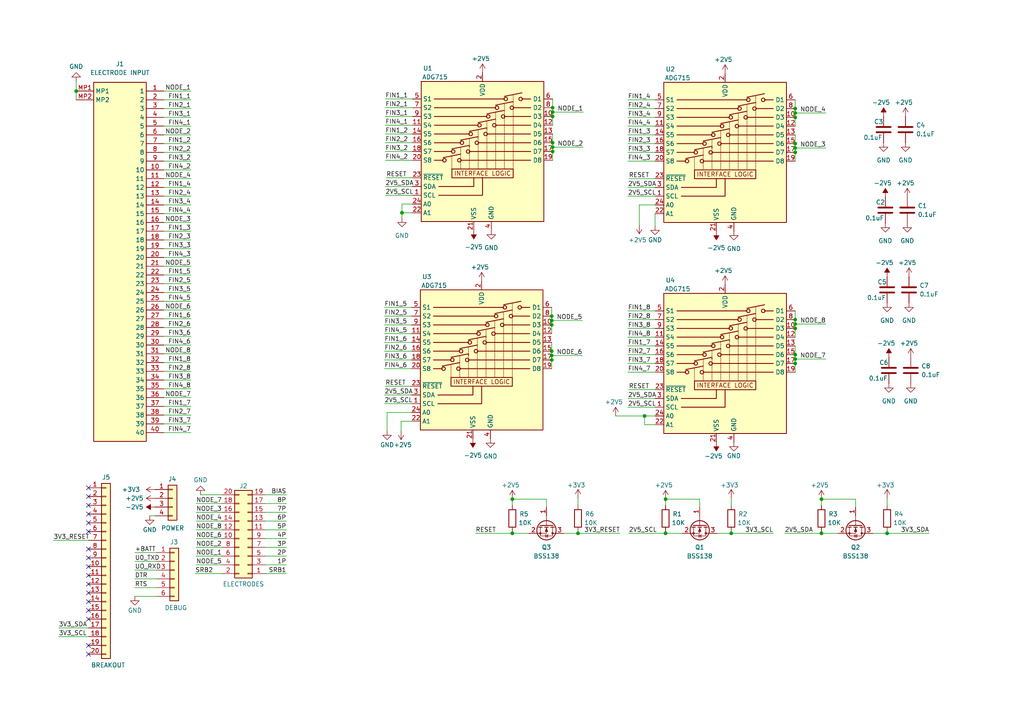
<source format=kicad_sch>
(kicad_sch (version 20230121) (generator eeschema)
  (paper "A4")
  (lib_symbols
    (symbol "Analog_Switch:ADG715"
      (property "Reference" "U" (at -17.78 24.13 0))
      (property "Value" "ADG715" (at 10.16 24.13 0))
      (symbol "ADG715_0_0"
        (text "INTERFACE LOGIC" (at 0 -3.81 0) (effects (font (size 1.27 1.27))))
      )
      (symbol "ADG715_1_1"
        (pin input line (at -20.32 -10.16 0) (length 2.54) (name "SCL") (number "1"))
        (pin passive line (at 20.32 12.7 180) (length 2.54) (name "D3") (number "10"))
        (pin passive line (at -20.32 10.16 0) (length 2.54) (name "S4") (number "11"))
        (pin passive line (at 20.32 10.16 180) (length 2.54) (name "D4") (number "12"))
        (pin passive line (at 20.32 7.62 180) (length 2.54) (name "D5") (number "13"))
        (pin passive line (at -20.32 7.62 0) (length 2.54) (name "S5") (number "14"))
        (pin passive line (at 20.32 5.08 180) (length 2.54) (name "D6") (number "15"))
        (pin passive line (at -20.32 5.08 0) (length 2.54) (name "S6") (number "16"))
        (pin passive line (at 20.32 2.54 180) (length 2.54) (name "D7") (number "17"))
        (pin passive line (at -20.32 2.54 0) (length 2.54) (name "S7") (number "18"))
        (pin passive line (at 20.32 0 180) (length 2.54) (name "D8") (number "19"))
        (pin power_in line (at 0 25.4 270) (length 2.54) (name "VDD") (number "2"))
        (pin passive line (at -20.32 0 0) (length 2.54) (name "S8") (number "20"))
        (pin power_in line (at -2.54 -20.32 90) (length 2.54) (name "VSS") (number "21"))
        (pin input line (at -20.32 -15.24 0) (length 2.54) (name "A1") (number "22"))
        (pin input line (at -20.32 -5.08 0) (length 2.54) (name "~{RESET}") (number "23"))
        (pin input line (at -20.32 -12.7 0) (length 2.54) (name "A0") (number "24"))
        (pin bidirectional line (at -20.32 -7.62 0) (length 2.54) (name "SDA") (number "3"))
        (pin power_in line (at 2.54 -20.32 90) (length 2.54) (name "GND") (number "4"))
        (pin passive line (at -20.32 17.78 0) (length 2.54) (name "S1") (number "5"))
        (pin passive line (at 20.32 17.78 180) (length 2.54) (name "D1") (number "6"))
        (pin passive line (at -20.32 15.24 0) (length 2.54) (name "S2") (number "7"))
        (pin passive line (at 20.32 15.24 180) (length 2.54) (name "D2") (number "8"))
        (pin passive line (at -20.32 12.7 0) (length 2.54) (name "S3") (number "9"))
      )
    )
    (symbol "Connector_Generic:Conn_01x04" (pin_names (offset 1.016) hide)
      (property "Reference" "J" (at 0 5.08 0))
      (property "Value" "Conn_01x04" (at 0 -7.62 0))
      (symbol "Conn_01x04_1_1"
        (pin passive line (at -5.08 2.54 0) (length 3.81) (name "Pin_1") (number "1"))
        (pin passive line (at -5.08 0 0) (length 3.81) (name "Pin_2") (number "2"))
        (pin passive line (at -5.08 -2.54 0) (length 3.81) (name "Pin_3") (number "3"))
        (pin passive line (at -5.08 -5.08 0) (length 3.81) (name "Pin_4") (number "4"))
      )
    )
    (symbol "Connector_Generic:Conn_01x06" (pin_names (offset 1.016) hide)
      (property "Reference" "J" (at 0 7.62 0))
      (property "Value" "Conn_01x06" (at 0 -10.16 0))
      (symbol "Conn_01x06_1_1"
        (pin passive line (at -5.08 5.08 0) (length 3.81) (name "Pin_1") (number "1"))
        (pin passive line (at -5.08 2.54 0) (length 3.81) (name "Pin_2") (number "2"))
        (pin passive line (at -5.08 0 0) (length 3.81) (name "Pin_3") (number "3"))
        (pin passive line (at -5.08 -2.54 0) (length 3.81) (name "Pin_4") (number "4"))
        (pin passive line (at -5.08 -5.08 0) (length 3.81) (name "Pin_5") (number "5"))
        (pin passive line (at -5.08 -7.62 0) (length 3.81) (name "Pin_6") (number "6"))
      )
    )
    (symbol "Connector_Generic:Conn_01x20" (pin_names (offset 1.016) hide)
      (property "Reference" "J" (at 0 25.4 0))
      (property "Value" "Conn_01x20" (at 0 -27.94 0))
      (symbol "Conn_01x20_1_1"
        (pin passive line (at -5.08 22.86 0) (length 3.81) (name "Pin_1") (number "1"))
        (pin passive line (at -5.08 0 0) (length 3.81) (name "Pin_10") (number "10"))
        (pin passive line (at -5.08 -2.54 0) (length 3.81) (name "Pin_11") (number "11"))
        (pin passive line (at -5.08 -5.08 0) (length 3.81) (name "Pin_12") (number "12"))
        (pin passive line (at -5.08 -7.62 0) (length 3.81) (name "Pin_13") (number "13"))
        (pin passive line (at -5.08 -10.16 0) (length 3.81) (name "Pin_14") (number "14"))
        (pin passive line (at -5.08 -12.7 0) (length 3.81) (name "Pin_15") (number "15"))
        (pin passive line (at -5.08 -15.24 0) (length 3.81) (name "Pin_16") (number "16"))
        (pin passive line (at -5.08 -17.78 0) (length 3.81) (name "Pin_17") (number "17"))
        (pin passive line (at -5.08 -20.32 0) (length 3.81) (name "Pin_18") (number "18"))
        (pin passive line (at -5.08 -22.86 0) (length 3.81) (name "Pin_19") (number "19"))
        (pin passive line (at -5.08 20.32 0) (length 3.81) (name "Pin_2") (number "2"))
        (pin passive line (at -5.08 -25.4 0) (length 3.81) (name "Pin_20") (number "20"))
        (pin passive line (at -5.08 17.78 0) (length 3.81) (name "Pin_3") (number "3"))
        (pin passive line (at -5.08 15.24 0) (length 3.81) (name "Pin_4") (number "4"))
        (pin passive line (at -5.08 12.7 0) (length 3.81) (name "Pin_5") (number "5"))
        (pin passive line (at -5.08 10.16 0) (length 3.81) (name "Pin_6") (number "6"))
        (pin passive line (at -5.08 7.62 0) (length 3.81) (name "Pin_7") (number "7"))
        (pin passive line (at -5.08 5.08 0) (length 3.81) (name "Pin_8") (number "8"))
        (pin passive line (at -5.08 2.54 0) (length 3.81) (name "Pin_9") (number "9"))
      )
    )
    (symbol "Connector_Generic:Conn_02x10_Odd_Even" (pin_names (offset 1.016) hide)
      (property "Reference" "J" (at 1.27 12.7 0))
      (property "Value" "Conn_02x10_Odd_Even" (at 1.27 -15.24 0))
      (symbol "Conn_02x10_Odd_Even_1_1"
        (pin passive line (at -5.08 10.16 0) (length 3.81) (name "Pin_1") (number "1"))
        (pin passive line (at 7.62 0 180) (length 3.81) (name "Pin_10") (number "10"))
        (pin passive line (at -5.08 -2.54 0) (length 3.81) (name "Pin_11") (number "11"))
        (pin passive line (at 7.62 -2.54 180) (length 3.81) (name "Pin_12") (number "12"))
        (pin passive line (at -5.08 -5.08 0) (length 3.81) (name "Pin_13") (number "13"))
        (pin passive line (at 7.62 -5.08 180) (length 3.81) (name "Pin_14") (number "14"))
        (pin passive line (at -5.08 -7.62 0) (length 3.81) (name "Pin_15") (number "15"))
        (pin passive line (at 7.62 -7.62 180) (length 3.81) (name "Pin_16") (number "16"))
        (pin passive line (at -5.08 -10.16 0) (length 3.81) (name "Pin_17") (number "17"))
        (pin passive line (at 7.62 -10.16 180) (length 3.81) (name "Pin_18") (number "18"))
        (pin passive line (at -5.08 -12.7 0) (length 3.81) (name "Pin_19") (number "19"))
        (pin passive line (at 7.62 10.16 180) (length 3.81) (name "Pin_2") (number "2"))
        (pin passive line (at 7.62 -12.7 180) (length 3.81) (name "Pin_20") (number "20"))
        (pin passive line (at -5.08 7.62 0) (length 3.81) (name "Pin_3") (number "3"))
        (pin passive line (at 7.62 7.62 180) (length 3.81) (name "Pin_4") (number "4"))
        (pin passive line (at -5.08 5.08 0) (length 3.81) (name "Pin_5") (number "5"))
        (pin passive line (at 7.62 5.08 180) (length 3.81) (name "Pin_6") (number "6"))
        (pin passive line (at -5.08 2.54 0) (length 3.81) (name "Pin_7") (number "7"))
        (pin passive line (at 7.62 2.54 180) (length 3.81) (name "Pin_8") (number "8"))
        (pin passive line (at -5.08 0 0) (length 3.81) (name "Pin_9") (number "9"))
      )
    )
    (symbol "Device:C" (pin_numbers hide) (pin_names (offset 0.254))
      (property "Reference" "C" (at 0.635 2.54 0))
      (property "Value" "C" (at 0.635 -2.54 0))
      (symbol "C_1_1"
        (pin passive line (at 0 3.81 270) (length 2.794) (name "~") (number "1"))
        (pin passive line (at 0 -3.81 90) (length 2.794) (name "~") (number "2"))
      )
    )
    (symbol "Device:R" (pin_numbers hide) (pin_names (offset 0))
      (property "Reference" "R" (at 2.032 0 90))
      (property "Value" "R" (at 0 0 90))
      (symbol "R_1_1"
        (pin passive line (at 0 3.81 270) (length 1.27) (name "~") (number "1"))
        (pin passive line (at 0 -3.81 90) (length 1.27) (name "~") (number "2"))
      )
    )
    (symbol "Misc[Personal]:F32D-1A7Y1-21040"
      (property "Reference" "J" (at 21.59 7.62 0))
      (property "Value" "F32D-1A7Y1-21040" (at 21.59 5.08 0))
      (symbol "F32D-1A7Y1-21040_1_1"
        (pin passive line (at 25.4 0 180) (length 5.08) (name "1") (number "1"))
        (pin passive line (at 25.4 -22.86 180) (length 5.08) (name "10") (number "10"))
        (pin passive line (at 25.4 -25.4 180) (length 5.08) (name "11") (number "11"))
        (pin passive line (at 25.4 -27.94 180) (length 5.08) (name "12") (number "12"))
        (pin passive line (at 25.4 -30.48 180) (length 5.08) (name "13") (number "13"))
        (pin passive line (at 25.4 -33.02 180) (length 5.08) (name "14") (number "14"))
        (pin passive line (at 25.4 -35.56 180) (length 5.08) (name "15") (number "15"))
        (pin passive line (at 25.4 -38.1 180) (length 5.08) (name "16") (number "16"))
        (pin passive line (at 25.4 -40.64 180) (length 5.08) (name "17") (number "17"))
        (pin passive line (at 25.4 -43.18 180) (length 5.08) (name "18") (number "18"))
        (pin passive line (at 25.4 -45.72 180) (length 5.08) (name "19") (number "19"))
        (pin passive line (at 25.4 -2.54 180) (length 5.08) (name "2") (number "2"))
        (pin passive line (at 25.4 -48.26 180) (length 5.08) (name "20") (number "20"))
        (pin passive line (at 25.4 -50.8 180) (length 5.08) (name "21") (number "21"))
        (pin passive line (at 25.4 -53.34 180) (length 5.08) (name "22") (number "22"))
        (pin passive line (at 25.4 -55.88 180) (length 5.08) (name "23") (number "23"))
        (pin passive line (at 25.4 -58.42 180) (length 5.08) (name "24") (number "24"))
        (pin passive line (at 25.4 -60.96 180) (length 5.08) (name "25") (number "25"))
        (pin passive line (at 25.4 -63.5 180) (length 5.08) (name "26") (number "26"))
        (pin passive line (at 25.4 -66.04 180) (length 5.08) (name "27") (number "27"))
        (pin passive line (at 25.4 -68.58 180) (length 5.08) (name "28") (number "28"))
        (pin passive line (at 25.4 -71.12 180) (length 5.08) (name "29") (number "29"))
        (pin passive line (at 25.4 -5.08 180) (length 5.08) (name "3") (number "3"))
        (pin passive line (at 25.4 -73.66 180) (length 5.08) (name "30") (number "30"))
        (pin passive line (at 25.4 -76.2 180) (length 5.08) (name "31") (number "31"))
        (pin passive line (at 25.4 -78.74 180) (length 5.08) (name "32") (number "32"))
        (pin passive line (at 25.4 -81.28 180) (length 5.08) (name "33") (number "33"))
        (pin passive line (at 25.4 -83.82 180) (length 5.08) (name "34") (number "34"))
        (pin passive line (at 25.4 -86.36 180) (length 5.08) (name "35") (number "35"))
        (pin passive line (at 25.4 -88.9 180) (length 5.08) (name "36") (number "36"))
        (pin passive line (at 25.4 -91.44 180) (length 5.08) (name "37") (number "37"))
        (pin passive line (at 25.4 -93.98 180) (length 5.08) (name "38") (number "38"))
        (pin passive line (at 25.4 -96.52 180) (length 5.08) (name "39") (number "39"))
        (pin passive line (at 25.4 -7.62 180) (length 5.08) (name "4") (number "4"))
        (pin passive line (at 25.4 -99.06 180) (length 5.08) (name "40") (number "40"))
        (pin passive line (at 25.4 -10.16 180) (length 5.08) (name "5") (number "5"))
        (pin passive line (at 25.4 -12.7 180) (length 5.08) (name "6") (number "6"))
        (pin passive line (at 25.4 -15.24 180) (length 5.08) (name "7") (number "7"))
        (pin passive line (at 25.4 -17.78 180) (length 5.08) (name "8") (number "8"))
        (pin passive line (at 25.4 -20.32 180) (length 5.08) (name "9") (number "9"))
        (pin passive line (at 0 0 0) (length 5.08) (name "MP1") (number "MP1"))
        (pin passive line (at 0 -2.54 0) (length 5.08) (name "MP2") (number "MP2"))
      )
    )
    (symbol "Transistor_FET:BSS138" (pin_names hide)
      (property "Reference" "Q" (at 5.08 1.905 0))
      (property "Value" "BSS138" (at 5.08 0 0))
      (symbol "BSS138_1_1"
        (pin input line (at -5.08 0 0) (length 2.54) (name "G") (number "1"))
        (pin passive line (at 2.54 -5.08 90) (length 2.54) (name "S") (number "2"))
        (pin passive line (at 2.54 5.08 270) (length 2.54) (name "D") (number "3"))
      )
    )
    (symbol "power:+2V5" (power) (pin_names (offset 0))
      (property "Value" "+2V5" (at 0 3.556 0))
      (symbol "+2V5_1_1"
        (pin power_in line (at 0 0 90) (length 0) hide (name "+2V5") (number "1"))
      )
    )
    (symbol "power:+3V3" (power) (pin_names (offset 0))
      (property "Value" "+3V3" (at 0 3.556 0))
      (symbol "+3V3_1_1"
        (pin power_in line (at 0 0 90) (length 0) hide (name "+3V3") (number "1"))
      )
    )
    (symbol "power:-2V5" (power) (pin_names (offset 0))
      (property "Value" "-2V5" (at 0 3.81 0))
      (symbol "-2V5_0_0"
        (pin power_in line (at 0 0 90) (length 0) hide (name "-2V5") (number "1"))
      )
    )
    (symbol "power:GND" (power) (pin_names (offset 0))
      (property "Value" "GND" (at 0 -3.81 0))
      (symbol "GND_1_1"
        (pin power_in line (at 0 0 270) (length 0) hide (name "GND") (number "1"))
      )
    )
  )
  (junction (at 230.632 102.87))
  (junction (at 160.02 94.234))
  (junction (at 160.274 33.782))
  (junction (at 160.274 43.942))
  (junction (at 160.274 41.402))
  (junction (at 167.64 154.686))
  (junction (at 186.944 120.65))
  (junction (at 230.632 44.196))
  (junction (at 230.632 93.98))
  (junction (at 230.632 92.71))
  (junction (at 116.586 61.722))
  (junction (at 160.02 101.854))
  (junction (at 212.09 154.686))
  (junction (at 160.274 32.512))
  (junction (at 160.02 92.964))
  (junction (at 238.252 144.78))
  (junction (at 22.098 26.416))
  (junction (at 230.632 32.766))
  (junction (at 160.02 103.124))
  (junction (at 230.632 105.41))
  (junction (at 230.632 34.036))
  (junction (at 230.632 104.14))
  (junction (at 160.02 104.394))
  (junction (at 230.632 31.496))
  (junction (at 257.302 154.686))
  (junction (at 230.632 42.926))
  (junction (at 193.04 154.686))
  (junction (at 193.04 144.78))
  (junction (at 160.274 31.242))
  (junction (at 160.02 91.694))
  (junction (at 230.632 41.656))
  (junction (at 230.632 95.25))
  (junction (at 238.252 154.686))
  (junction (at 148.59 154.686))
  (junction (at 160.274 42.672))
  (junction (at 148.59 144.78))
  (no_connect (at 25.654 177.038))
  (no_connect (at 25.654 174.498))
  (no_connect (at 25.654 189.738))
  (no_connect (at 25.654 161.798))
  (no_connect (at 25.654 151.638))
  (no_connect (at 25.654 179.578))
  (no_connect (at 25.654 141.478))
  (no_connect (at 25.654 144.018))
  (no_connect (at 25.654 171.958))
  (no_connect (at 25.654 146.558))
  (no_connect (at 25.654 164.338))
  (no_connect (at 25.654 159.258))
  (no_connect (at 25.654 166.878))
  (no_connect (at 25.654 169.418))
  (no_connect (at 25.654 154.178))
  (no_connect (at 25.654 187.198))
  (no_connect (at 25.654 149.098))
  (wire (pts (xy 160.274 41.402) (xy 160.274 42.672)))
  (wire (pts (xy 47.498 44.196) (xy 55.372 44.196)))
  (wire (pts (xy 193.04 144.78) (xy 202.946 144.78)))
  (wire (pts (xy 58.166 143.51) (xy 64.262 143.51)))
  (wire (pts (xy 182.118 118.11) (xy 189.992 118.11)))
  (wire (pts (xy 230.632 102.87) (xy 230.632 104.14)))
  (wire (pts (xy 47.498 31.496) (xy 55.372 31.496)))
  (wire (pts (xy 47.498 34.036) (xy 55.372 34.036)))
  (wire (pts (xy 112.268 124.968) (xy 112.268 119.634)))
  (wire (pts (xy 160.02 101.854) (xy 160.02 103.124)))
  (wire (pts (xy 189.992 34.036) (xy 182.118 34.036)))
  (wire (pts (xy 160.274 43.942) (xy 160.274 46.482)))
  (wire (pts (xy 47.498 94.996) (xy 55.372 94.996)))
  (wire (pts (xy 119.634 43.942) (xy 111.76 43.942)))
  (wire (pts (xy 39.116 170.434) (xy 45.466 170.434)))
  (wire (pts (xy 119.38 101.854) (xy 111.506 101.854)))
  (wire (pts (xy 47.498 49.276) (xy 55.372 49.276)))
  (wire (pts (xy 47.498 77.216) (xy 55.372 77.216)))
  (wire (pts (xy 160.274 42.672) (xy 169.164 42.672)))
  (wire (pts (xy 111.76 112.014) (xy 119.38 112.014)))
  (wire (pts (xy 47.498 41.656) (xy 55.372 41.656)))
  (wire (pts (xy 111.506 117.094) (xy 119.38 117.094)))
  (wire (pts (xy 230.632 39.116) (xy 230.632 41.656)))
  (wire (pts (xy 230.632 104.14) (xy 239.522 104.14)))
  (wire (pts (xy 230.632 31.496) (xy 230.632 32.766)))
  (wire (pts (xy 193.04 144.78) (xy 193.04 146.558)))
  (wire (pts (xy 230.632 42.926) (xy 230.632 44.196)))
  (wire (pts (xy 160.274 42.672) (xy 160.274 43.942)))
  (wire (pts (xy 238.252 154.686) (xy 243.078 154.686)))
  (wire (pts (xy 160.274 33.782) (xy 160.274 36.322)))
  (wire (pts (xy 257.302 144.526) (xy 257.302 146.558)))
  (wire (pts (xy 212.09 154.686) (xy 224.282 154.686)))
  (wire (pts (xy 56.896 161.29) (xy 64.262 161.29)))
  (wire (pts (xy 160.274 31.242) (xy 160.274 32.512)))
  (wire (pts (xy 167.64 154.686) (xy 167.64 154.178)))
  (wire (pts (xy 47.498 122.936) (xy 55.372 122.936)))
  (wire (pts (xy 47.498 112.776) (xy 55.372 112.776)))
  (wire (pts (xy 189.992 107.95) (xy 182.118 107.95)))
  (wire (pts (xy 47.498 100.076) (xy 55.372 100.076)))
  (wire (pts (xy 56.896 153.67) (xy 64.262 153.67)))
  (wire (pts (xy 178.562 120.65) (xy 186.944 120.65)))
  (wire (pts (xy 76.962 148.59) (xy 83.058 148.59)))
  (wire (pts (xy 230.632 104.14) (xy 230.632 105.41)))
  (wire (pts (xy 257.302 154.686) (xy 269.494 154.686)))
  (wire (pts (xy 230.632 95.25) (xy 230.632 97.79)))
  (wire (pts (xy 160.02 99.314) (xy 160.02 101.854)))
  (wire (pts (xy 39.116 172.974) (xy 45.466 172.974)))
  (wire (pts (xy 116.586 61.722) (xy 116.586 59.182)))
  (wire (pts (xy 112.014 51.562) (xy 119.634 51.562)))
  (wire (pts (xy 182.372 113.03) (xy 189.992 113.03)))
  (wire (pts (xy 39.116 165.354) (xy 45.466 165.354)))
  (wire (pts (xy 119.38 104.394) (xy 111.506 104.394)))
  (wire (pts (xy 212.09 154.686) (xy 212.09 154.178)))
  (wire (pts (xy 76.962 158.75) (xy 83.058 158.75)))
  (wire (pts (xy 47.498 97.536) (xy 55.372 97.536)))
  (wire (pts (xy 47.498 56.896) (xy 55.372 56.896)))
  (wire (pts (xy 160.02 92.964) (xy 160.02 94.234)))
  (wire (pts (xy 22.098 26.416) (xy 22.098 28.956)))
  (wire (pts (xy 189.992 105.41) (xy 182.118 105.41)))
  (wire (pts (xy 119.38 99.314) (xy 111.506 99.314)))
  (wire (pts (xy 182.118 115.57) (xy 189.992 115.57)))
  (wire (pts (xy 116.332 124.968) (xy 116.332 122.174)))
  (wire (pts (xy 76.962 151.13) (xy 83.058 151.13)))
  (wire (pts (xy 56.896 146.05) (xy 64.262 146.05)))
  (wire (pts (xy 193.04 154.686) (xy 197.866 154.686)))
  (wire (pts (xy 189.992 92.71) (xy 182.118 92.71)))
  (wire (pts (xy 230.632 42.926) (xy 239.522 42.926)))
  (wire (pts (xy 182.372 154.686) (xy 193.04 154.686)))
  (wire (pts (xy 148.59 154.178) (xy 148.59 154.686)))
  (wire (pts (xy 230.632 93.98) (xy 230.632 95.25)))
  (wire (pts (xy 189.992 36.576) (xy 182.118 36.576)))
  (wire (pts (xy 119.38 96.774) (xy 111.506 96.774)))
  (wire (pts (xy 47.498 89.916) (xy 55.372 89.916)))
  (wire (pts (xy 56.642 166.37) (xy 64.262 166.37)))
  (wire (pts (xy 47.498 117.856) (xy 55.372 117.856)))
  (wire (pts (xy 111.506 114.554) (xy 119.38 114.554)))
  (wire (pts (xy 189.992 90.17) (xy 182.118 90.17)))
  (wire (pts (xy 227.584 154.686) (xy 238.252 154.686)))
  (wire (pts (xy 17.018 184.658) (xy 25.654 184.658)))
  (wire (pts (xy 189.992 39.116) (xy 182.118 39.116)))
  (wire (pts (xy 47.498 54.356) (xy 55.372 54.356)))
  (wire (pts (xy 47.498 115.316) (xy 55.372 115.316)))
  (wire (pts (xy 230.632 32.766) (xy 239.522 32.766)))
  (wire (pts (xy 119.634 28.702) (xy 111.76 28.702)))
  (wire (pts (xy 56.896 156.21) (xy 64.262 156.21)))
  (wire (pts (xy 160.274 28.702) (xy 160.274 31.242)))
  (wire (pts (xy 47.498 72.136) (xy 55.372 72.136)))
  (wire (pts (xy 47.498 110.236) (xy 55.372 110.236)))
  (wire (pts (xy 160.02 91.694) (xy 160.02 92.964)))
  (wire (pts (xy 39.116 160.274) (xy 45.466 160.274)))
  (wire (pts (xy 158.496 144.78) (xy 158.496 147.066)))
  (wire (pts (xy 76.962 163.83) (xy 83.058 163.83)))
  (wire (pts (xy 189.992 100.33) (xy 182.118 100.33)))
  (wire (pts (xy 167.64 144.526) (xy 167.64 146.558)))
  (wire (pts (xy 186.944 120.65) (xy 189.992 120.65)))
  (wire (pts (xy 230.632 44.196) (xy 230.632 46.736)))
  (wire (pts (xy 189.992 46.736) (xy 182.118 46.736)))
  (wire (pts (xy 76.962 146.05) (xy 83.058 146.05)))
  (wire (pts (xy 137.922 154.686) (xy 148.59 154.686)))
  (wire (pts (xy 189.992 102.87) (xy 182.118 102.87)))
  (wire (pts (xy 148.59 144.78) (xy 158.496 144.78)))
  (wire (pts (xy 185.42 59.436) (xy 185.42 65.278)))
  (wire (pts (xy 182.118 54.356) (xy 189.992 54.356)))
  (wire (pts (xy 76.962 156.21) (xy 83.058 156.21)))
  (wire (pts (xy 230.632 41.656) (xy 230.632 42.926)))
  (wire (pts (xy 39.116 162.814) (xy 45.466 162.814)))
  (wire (pts (xy 47.498 92.456) (xy 55.372 92.456)))
  (wire (pts (xy 167.64 154.686) (xy 179.832 154.686)))
  (wire (pts (xy 160.02 103.124) (xy 160.02 104.394)))
  (wire (pts (xy 47.498 87.376) (xy 55.372 87.376)))
  (wire (pts (xy 238.252 154.178) (xy 238.252 154.686)))
  (wire (pts (xy 25.654 182.118) (xy 17.018 182.118)))
  (wire (pts (xy 208.026 154.686) (xy 212.09 154.686)))
  (wire (pts (xy 230.632 90.17) (xy 230.632 92.71)))
  (wire (pts (xy 248.158 144.78) (xy 248.158 147.066)))
  (wire (pts (xy 43.434 149.606) (xy 44.958 149.606)))
  (wire (pts (xy 47.498 28.956) (xy 55.372 28.956)))
  (wire (pts (xy 238.252 144.78) (xy 238.252 146.558)))
  (wire (pts (xy 160.02 103.124) (xy 168.91 103.124)))
  (wire (pts (xy 202.946 144.78) (xy 202.946 147.066)))
  (wire (pts (xy 119.634 46.482) (xy 111.76 46.482)))
  (wire (pts (xy 111.76 54.102) (xy 119.634 54.102)))
  (wire (pts (xy 119.38 106.934) (xy 111.506 106.934)))
  (wire (pts (xy 119.634 41.402) (xy 111.76 41.402)))
  (wire (pts (xy 116.586 61.722) (xy 119.634 61.722)))
  (wire (pts (xy 47.498 46.736) (xy 55.372 46.736)))
  (wire (pts (xy 189.992 123.19) (xy 186.944 123.19)))
  (wire (pts (xy 76.962 161.29) (xy 83.058 161.29)))
  (wire (pts (xy 160.274 32.512) (xy 169.164 32.512)))
  (wire (pts (xy 119.634 33.782) (xy 111.76 33.782)))
  (wire (pts (xy 47.498 64.516) (xy 55.372 64.516)))
  (wire (pts (xy 116.332 122.174) (xy 119.38 122.174)))
  (wire (pts (xy 119.38 89.154) (xy 111.506 89.154)))
  (wire (pts (xy 119.38 94.234) (xy 111.506 94.234)))
  (wire (pts (xy 189.992 41.656) (xy 182.118 41.656)))
  (wire (pts (xy 185.42 59.436) (xy 189.992 59.436)))
  (wire (pts (xy 47.498 107.696) (xy 55.372 107.696)))
  (wire (pts (xy 76.962 153.67) (xy 83.058 153.67)))
  (wire (pts (xy 47.498 74.676) (xy 55.372 74.676)))
  (wire (pts (xy 238.252 144.78) (xy 248.158 144.78)))
  (wire (pts (xy 230.632 93.98) (xy 239.522 93.98)))
  (wire (pts (xy 116.586 63.246) (xy 116.586 61.722)))
  (wire (pts (xy 189.992 31.496) (xy 182.118 31.496)))
  (wire (pts (xy 47.498 105.156) (xy 55.372 105.156)))
  (wire (pts (xy 189.992 44.196) (xy 182.118 44.196)))
  (wire (pts (xy 160.274 38.862) (xy 160.274 41.402)))
  (wire (pts (xy 22.098 23.622) (xy 22.098 26.416)))
  (wire (pts (xy 160.02 89.154) (xy 160.02 91.694)))
  (wire (pts (xy 182.118 56.896) (xy 189.992 56.896)))
  (wire (pts (xy 76.962 166.37) (xy 83.058 166.37)))
  (wire (pts (xy 47.498 61.976) (xy 55.372 61.976)))
  (wire (pts (xy 189.992 61.976) (xy 189.992 65.532)))
  (wire (pts (xy 119.634 31.242) (xy 111.76 31.242)))
  (wire (pts (xy 160.02 92.964) (xy 168.91 92.964)))
  (wire (pts (xy 119.634 36.322) (xy 111.76 36.322)))
  (wire (pts (xy 111.76 56.642) (xy 119.634 56.642)))
  (wire (pts (xy 47.498 36.576) (xy 55.372 36.576)))
  (wire (pts (xy 47.498 67.056) (xy 55.372 67.056)))
  (wire (pts (xy 230.632 32.766) (xy 230.632 34.036)))
  (wire (pts (xy 212.09 144.526) (xy 212.09 146.558)))
  (wire (pts (xy 253.238 154.686) (xy 257.302 154.686)))
  (wire (pts (xy 56.896 148.59) (xy 64.262 148.59)))
  (wire (pts (xy 56.896 158.75) (xy 64.262 158.75)))
  (wire (pts (xy 47.498 39.116) (xy 55.372 39.116)))
  (wire (pts (xy 47.498 120.396) (xy 55.372 120.396)))
  (wire (pts (xy 230.632 92.71) (xy 230.632 93.98)))
  (wire (pts (xy 47.498 26.416) (xy 55.372 26.416)))
  (wire (pts (xy 56.896 151.13) (xy 64.262 151.13)))
  (wire (pts (xy 119.634 38.862) (xy 111.76 38.862)))
  (wire (pts (xy 47.498 69.596) (xy 55.372 69.596)))
  (wire (pts (xy 56.896 163.83) (xy 64.262 163.83)))
  (wire (pts (xy 230.632 28.956) (xy 230.632 31.496)))
  (wire (pts (xy 47.498 84.836) (xy 55.372 84.836)))
  (wire (pts (xy 160.274 32.512) (xy 160.274 33.782)))
  (wire (pts (xy 230.632 100.33) (xy 230.632 102.87)))
  (wire (pts (xy 193.04 154.178) (xy 193.04 154.686)))
  (wire (pts (xy 148.59 154.686) (xy 153.416 154.686)))
  (wire (pts (xy 189.992 95.25) (xy 182.118 95.25)))
  (wire (pts (xy 47.498 59.436) (xy 55.372 59.436)))
  (wire (pts (xy 47.498 125.476) (xy 55.372 125.476)))
  (wire (pts (xy 160.02 104.394) (xy 160.02 106.934)))
  (wire (pts (xy 189.992 97.79) (xy 182.118 97.79)))
  (wire (pts (xy 230.632 34.036) (xy 230.632 36.576)))
  (wire (pts (xy 47.498 102.616) (xy 55.372 102.616)))
  (wire (pts (xy 160.02 94.234) (xy 160.02 96.774)))
  (wire (pts (xy 76.962 143.51) (xy 83.058 143.51)))
  (wire (pts (xy 47.498 51.816) (xy 55.372 51.816)))
  (wire (pts (xy 15.494 156.718) (xy 25.654 156.718)))
  (wire (pts (xy 112.268 119.634) (xy 119.38 119.634)))
  (wire (pts (xy 116.586 59.182) (xy 119.634 59.182)))
  (wire (pts (xy 39.116 167.894) (xy 45.466 167.894)))
  (wire (pts (xy 163.576 154.686) (xy 167.64 154.686)))
  (wire (pts (xy 182.372 51.816) (xy 189.992 51.816)))
  (wire (pts (xy 47.498 79.756) (xy 55.372 79.756)))
  (wire (pts (xy 189.992 28.956) (xy 182.118 28.956)))
  (wire (pts (xy 119.38 91.694) (xy 111.506 91.694)))
  (wire (pts (xy 47.498 82.296) (xy 55.372 82.296)))
  (wire (pts (xy 230.632 105.41) (xy 230.632 107.95)))
  (wire (pts (xy 148.59 144.78) (xy 148.59 146.558)))
  (wire (pts (xy 186.944 123.19) (xy 186.944 120.65)))
  (wire (pts (xy 257.302 154.686) (xy 257.302 154.178)))
  (label "UO_RXD" (at 39.116 165.354 0))
  (label "FIN2_6" (at 55.372 94.996 180))
  (label "8P" (at 83.058 146.05 180))
  (label "SRB1" (at 83.058 166.37 180))
  (label "NODE_5" (at 56.896 163.83 0))
  (label "BIAS" (at 83.058 143.51 180))
  (label "FIN4_5" (at 55.372 87.376 180))
  (label "FIN1_2" (at 111.76 38.862 0))
  (label "FIN3_7" (at 55.372 122.936 180))
  (label "2V5_SDA" (at 111.76 54.102 0))
  (label "NODE_8" (at 55.372 102.616 180))
  (label "SRB2" (at 56.642 166.37 0))
  (label "NODE_6" (at 55.372 89.916 180))
  (label "FIN2_3" (at 182.118 41.656 0))
  (label "FIN1_4" (at 55.372 54.356 180))
  (label "FIN3_1" (at 55.372 34.036 180))
  (label "6P" (at 83.058 151.13 180))
  (label "FIN3_6" (at 55.372 97.536 180))
  (label "FIN4_7" (at 182.118 107.95 0))
  (label "FIN2_5" (at 55.372 82.296 180))
  (label "FIN4_2" (at 55.372 49.276 180))
  (label "NODE_2" (at 169.164 42.672 180))
  (label "2V5_SCL" (at 111.76 56.642 0))
  (label "FIN4_5" (at 111.506 96.774 0))
  (label "FIN4_3" (at 182.118 46.736 0))
  (label "3V3_RESET" (at 15.494 156.718 0))
  (label "3V3_SCL" (at 224.282 154.686 180))
  (label "FIN2_2" (at 111.76 41.402 0))
  (label "FIN3_1" (at 111.76 33.782 0))
  (label "1P" (at 83.058 163.83 180))
  (label "FIN1_1" (at 55.372 28.956 180))
  (label "FIN4_6" (at 55.372 100.076 180))
  (label "FIN3_8" (at 55.372 110.236 180))
  (label "FIN4_2" (at 111.76 46.482 0))
  (label "3V3_SCL" (at 17.018 184.658 0))
  (label "NODE_8" (at 239.522 93.98 180))
  (label "FIN3_7" (at 182.118 105.41 0))
  (label "2V5_SDA" (at 111.506 114.554 0))
  (label "NODE_2" (at 56.896 158.75 0))
  (label "3P" (at 83.058 158.75 180))
  (label "FIN4_4" (at 182.118 36.576 0))
  (label "NODE_3" (at 55.372 64.516 180))
  (label "FIN1_5" (at 55.372 79.756 180))
  (label "NODE_1" (at 56.896 161.29 0))
  (label "FIN1_8" (at 182.118 90.17 0))
  (label "FIN3_4" (at 182.118 34.036 0))
  (label "FIN3_2" (at 111.76 43.942 0))
  (label "FIN2_3" (at 55.372 69.596 180))
  (label "FIN1_3" (at 182.118 39.116 0))
  (label "2V5_SDA" (at 182.118 115.57 0))
  (label "FIN4_1" (at 55.372 36.576 180))
  (label "FIN4_3" (at 55.372 74.676 180))
  (label "FIN1_4" (at 182.118 28.956 0))
  (label "FIN3_5" (at 111.506 94.234 0))
  (label "FIN1_8" (at 55.372 105.156 180))
  (label "FIN4_6" (at 111.506 106.934 0))
  (label "2V5_SCL" (at 182.118 118.11 0))
  (label "FIN4_7" (at 55.372 125.476 180))
  (label "NODE_7" (at 56.896 146.05 0))
  (label "NODE_8" (at 56.896 153.67 0))
  (label "FIN2_1" (at 55.372 31.496 180))
  (label "2V5_SCL" (at 182.118 56.896 0))
  (label "FIN3_4" (at 55.372 59.436 180))
  (label "NODE_4" (at 55.372 51.816 180))
  (label "FIN4_8" (at 55.372 112.776 180))
  (label "7P" (at 83.058 148.59 180))
  (label "2V5_SCL" (at 182.372 154.686 0))
  (label "+BATT" (at 39.116 160.274 0))
  (label "2P" (at 83.058 161.29 180))
  (label "FIN2_4" (at 55.372 56.896 180))
  (label "FIN1_2" (at 55.372 41.656 180))
  (label "DTR" (at 39.116 167.894 0))
  (label "NODE_6" (at 168.91 103.124 180))
  (label "FIN2_6" (at 111.506 101.854 0))
  (label "FIN2_1" (at 111.76 31.242 0))
  (label "NODE_2" (at 55.372 39.116 180))
  (label "FIN2_7" (at 182.118 102.87 0))
  (label "FIN3_3" (at 55.372 72.136 180))
  (label "FIN3_8" (at 182.118 95.25 0))
  (label "FIN3_3" (at 182.118 44.196 0))
  (label "NODE_1" (at 169.164 32.512 180))
  (label "FIN1_7" (at 55.372 117.856 180))
  (label "NODE_1" (at 55.372 26.416 180))
  (label "3V3_SDA" (at 17.018 182.118 0))
  (label "4P" (at 83.058 156.21 180))
  (label "FIN2_4" (at 182.118 31.496 0))
  (label "FIN3_6" (at 111.506 104.394 0))
  (label "NODE_3" (at 239.522 42.926 180))
  (label "NODE_3" (at 56.896 148.59 0))
  (label "FIN2_2" (at 55.372 44.196 180))
  (label "2V5_SDA" (at 182.118 54.356 0))
  (label "FIN2_7" (at 55.372 120.396 180))
  (label "RESET" (at 111.76 112.014 0))
  (label "RESET" (at 182.372 51.816 0))
  (label "NODE_5" (at 168.91 92.964 180))
  (label "RESET" (at 137.922 154.686 0))
  (label "FIN4_1" (at 111.76 36.322 0))
  (label "FIN1_5" (at 111.506 89.154 0))
  (label "FIN1_6" (at 55.372 92.456 180))
  (label "FIN1_7" (at 182.118 100.33 0))
  (label "FIN2_8" (at 55.372 107.696 180))
  (label "FIN1_1" (at 111.76 28.702 0))
  (label "NODE_4" (at 239.522 32.766 180))
  (label "2V5_SDA" (at 227.584 154.686 0))
  (label "RESET" (at 182.372 113.03 0))
  (label "FIN1_3" (at 55.372 67.056 180))
  (label "FIN4_8" (at 182.118 97.79 0))
  (label "5P" (at 83.058 153.67 180))
  (label "NODE_7" (at 239.522 104.14 180))
  (label "FIN3_5" (at 55.372 84.836 180))
  (label "FIN3_2" (at 55.372 46.736 180))
  (label "FIN4_4" (at 55.372 61.976 180))
  (label "3V3_SDA" (at 269.494 154.686 180))
  (label "3V3_RESET" (at 179.832 154.686 180))
  (label "FIN1_6" (at 111.506 99.314 0))
  (label "U0_TXD" (at 39.116 162.814 0))
  (label "FIN2_8" (at 182.118 92.71 0))
  (label "RESET" (at 112.014 51.562 0))
  (label "NODE_7" (at 55.372 115.316 180))
  (label "NODE_6" (at 56.896 156.21 0))
  (label "NODE_5" (at 55.372 77.216 180))
  (label "FIN2_5" (at 111.506 91.694 0))
  (label "NODE_4" (at 56.896 151.13 0))
  (label "2V5_SCL" (at 111.506 117.094 0))
  (label "RTS" (at 39.116 170.434 0))
  (symbol (lib_id "power:-2V5") (at 256.286 33.782 0) (unit 1)
    (property "Reference" "#PWR024" (effects hide))
    (property "Value" "-2V5" (at 255.524 29.718 0))
  )
  (symbol (lib_id "Device:C") (at 256.286 37.592 0) (unit 1)
    (property "Reference" "C3" (at 253.492 35.306 0) (effects (justify left)))
    (property "Value" "0.1uF" (at 250.444 39.878 0) (effects (justify left)))
    (property "Footprint" "Capacitor_SMD:C_0603_1608Metric" (effects hide))
  )
  (symbol (lib_id "power:GND") (at 212.852 128.27 0) (unit 1)
    (property "Reference" "#PWR019" (effects hide))
    (property "Value" "GND" (at 212.852 132.207 0))
  )
  (symbol (lib_id "power:+2V5") (at 116.332 124.968 180) (unit 1)
    (property "Reference" "#PWR010" (effects hide))
    (property "Value" "+2V5" (at 116.84 129.032 0))
  )
  (symbol (lib_id "Connector_Generic:Conn_01x04") (at 50.038 144.526 0) (unit 1)
    (property "Reference" "J4" (at 48.768 138.938 0) (effects (justify left)))
    (property "Value" "POWER" (at 46.736 153.162 0) (effects (justify left)))
    (property "Footprint" "Connector_PinHeader_2.54mm:PinHeader_1x04_P2.54mm_Vertical" (effects hide))
  )
  (symbol (lib_id "power:+2V5") (at 262.636 33.782 0) (unit 1)
    (property "Reference" "#PWR026" (effects hide))
    (property "Value" "+2V5" (at 262.128 29.718 0))
  )
  (symbol (lib_id "power:GND") (at 22.098 23.622 180) (unit 1)
    (property "Reference" "#PWR047" (effects hide))
    (property "Value" "GND" (at 22.098 19.304 0))
  )
  (symbol (lib_id "power:-2V5") (at 257.302 80.264 0) (unit 1)
    (property "Reference" "#PWR028" (effects hide))
    (property "Value" "-2V5" (at 256.54 76.2 0))
  )
  (symbol (lib_id "Analog_Switch:ADG715") (at 210.312 46.736 0) (unit 1)
    (property "Reference" "U2" (at 193.04 20.066 0) (effects (justify left)))
    (property "Value" "ADG715" (at 192.786 22.606 0) (effects (justify left)))
    (property "Footprint" "Package_SO:TSSOP-24_4.4x7.8mm_P0.65mm" (effects hide))
    (property "Datasheet" "https://www.analog.com/media/en/technical-documentation/data-sheets/ADG714_715.pdf" (effects hide))
  )
  (symbol (lib_id "power:-2V5") (at 256.794 57.15 0) (unit 1)
    (property "Reference" "#PWR022" (effects hide))
    (property "Value" "-2V5" (at 256.032 53.086 0))
  )
  (symbol (lib_id "Device:C") (at 264.16 107.442 0) (unit 1)
    (property "Reference" "C8" (at 267.208 106.172 0) (effects (justify left)))
    (property "Value" "0.1uF" (at 267.208 108.712 0) (effects (justify left)))
    (property "Footprint" "Capacitor_SMD:C_0603_1608Metric" (effects hide))
  )
  (symbol (lib_id "power:-2V5") (at 137.16 127.254 180) (unit 1)
    (property "Reference" "#PWR012" (effects hide))
    (property "Value" "-2V5" (at 137.16 132.08 0))
  )
  (symbol (lib_id "Transistor_FET:BSS138") (at 248.158 152.146 270) (unit 1)
    (property "Reference" "Q2" (at 248.158 158.75 90))
    (property "Value" "BSS138" (at 248.158 161.29 90))
    (property "Footprint" "Package_TO_SOT_SMD:SOT-23" (effects hide))
    (property "Datasheet" "https://www.onsemi.com/pub/Collateral/BSS138-D.PDF" (effects hide))
  )
  (symbol (lib_id "Device:R") (at 193.04 150.368 0) (unit 1)
    (property "Reference" "R1" (at 195.072 149.098 0) (effects (justify left)))
    (property "Value" "10K" (at 194.818 151.638 0) (effects (justify left)))
    (property "Footprint" "Resistor_SMD:R_0603_1608Metric" (effects hide))
  )
  (symbol (lib_id "power:GND") (at 257.302 87.884 0) (unit 1)
    (property "Reference" "#PWR029" (effects hide))
    (property "Value" "GND" (at 257.302 92.964 0))
  )
  (symbol (lib_id "power:GND") (at 43.434 149.606 0) (unit 1)
    (property "Reference" "#PWR046" (effects hide))
    (property "Value" "GND" (at 43.434 153.67 0))
  )
  (symbol (lib_id "power:+2V5") (at 264.16 103.632 0) (unit 1)
    (property "Reference" "#PWR034" (effects hide))
    (property "Value" "+2V5" (at 263.652 99.568 0))
  )
  (symbol (lib_id "Device:C") (at 263.144 60.96 0) (unit 1)
    (property "Reference" "C1" (at 266.192 59.69 0) (effects (justify left)))
    (property "Value" "0.1uF" (at 266.192 62.23 0) (effects (justify left)))
    (property "Footprint" "Capacitor_SMD:C_0603_1608Metric" (effects hide))
  )
  (symbol (lib_id "Device:C") (at 262.636 37.592 0) (unit 1)
    (property "Reference" "C4" (at 265.684 36.322 0) (effects (justify left)))
    (property "Value" "0.1uF" (at 265.684 38.862 0) (effects (justify left)))
    (property "Footprint" "Capacitor_SMD:C_0603_1608Metric" (effects hide))
  )
  (symbol (lib_id "Transistor_FET:BSS138") (at 202.946 152.146 270) (unit 1)
    (property "Reference" "Q1" (at 202.946 158.75 90))
    (property "Value" "BSS138" (at 202.946 161.29 90))
    (property "Footprint" "Package_TO_SOT_SMD:SOT-23" (effects hide))
    (property "Datasheet" "https://www.onsemi.com/pub/Collateral/BSS138-D.PDF" (effects hide))
  )
  (symbol (lib_id "power:-2V5") (at 137.414 66.802 180) (unit 1)
    (property "Reference" "#PWR02" (effects hide))
    (property "Value" "-2V5" (at 137.414 71.628 0))
  )
  (symbol (lib_id "power:+2V5") (at 263.652 80.264 0) (unit 1)
    (property "Reference" "#PWR032" (effects hide))
    (property "Value" "+2V5" (at 263.144 76.2 0))
  )
  (symbol (lib_id "power:-2V5") (at 207.772 67.056 180) (unit 1)
    (property "Reference" "#PWR06" (effects hide))
    (property "Value" "-2V5" (at 207.772 71.882 0))
  )
  (symbol (lib_id "power:+2V5") (at 148.59 144.78 0) (unit 1)
    (property "Reference" "#PWR039" (effects hide))
    (property "Value" "+2V5" (at 148.082 140.716 0))
  )
  (symbol (lib_id "Device:R") (at 212.09 150.368 0) (unit 1)
    (property "Reference" "R2" (at 214.122 149.098 0) (effects (justify left)))
    (property "Value" "10K" (at 213.868 151.638 0) (effects (justify left)))
    (property "Footprint" "Resistor_SMD:R_0603_1608Metric" (effects hide))
  )
  (symbol (lib_id "power:+3V3") (at 212.09 144.526 0) (unit 1)
    (property "Reference" "#PWR037" (effects hide))
    (property "Value" "+3V3" (at 211.582 140.716 0))
  )
  (symbol (lib_id "power:GND") (at 263.144 64.77 0) (unit 1)
    (property "Reference" "#PWR021" (effects hide))
    (property "Value" "GND" (at 263.144 69.85 0))
  )
  (symbol (lib_id "power:+3V3") (at 44.958 141.986 90) (unit 1)
    (property "Reference" "#PWR043" (effects hide))
    (property "Value" "+3V3" (at 40.64 141.986 90) (effects (justify left)))
  )
  (symbol (lib_id "power:GND") (at 262.636 41.402 0) (unit 1)
    (property "Reference" "#PWR027" (effects hide))
    (property "Value" "GND" (at 262.636 46.482 0))
  )
  (symbol (lib_id "Device:C") (at 263.652 84.074 0) (unit 1)
    (property "Reference" "C7" (at 266.7 82.804 0) (effects (justify left)))
    (property "Value" "0.1uF" (at 266.7 85.344 0) (effects (justify left)))
    (property "Footprint" "Capacitor_SMD:C_0603_1608Metric" (effects hide))
  )
  (symbol (lib_id "power:+2V5") (at 263.144 57.15 0) (unit 1)
    (property "Reference" "#PWR020" (effects hide))
    (property "Value" "+2V5" (at 262.636 53.086 0))
  )
  (symbol (lib_id "power:+2V5") (at 210.312 82.55 0) (unit 1)
    (property "Reference" "#PWR018" (effects hide))
    (property "Value" "+2V5" (at 209.804 78.486 0))
  )
  (symbol (lib_id "power:+2V5") (at 193.04 144.78 0) (unit 1)
    (property "Reference" "#PWR036" (effects hide))
    (property "Value" "+2V5" (at 192.532 140.716 0))
  )
  (symbol (lib_id "power:+2V5") (at 139.7 81.534 0) (unit 1)
    (property "Reference" "#PWR013" (effects hide))
    (property "Value" "+2V5" (at 139.192 77.47 0))
  )
  (symbol (lib_id "power:+2V5") (at 44.958 144.526 90) (unit 1)
    (property "Reference" "#PWR044" (effects hide))
    (property "Value" "+2V5" (at 41.656 144.526 90) (effects (justify left)))
  )
  (symbol (lib_id "power:GND") (at 142.494 66.802 0) (unit 1)
    (property "Reference" "#PWR03" (effects hide))
    (property "Value" "GND" (at 142.494 71.882 0))
  )
  (symbol (lib_id "Analog_Switch:ADG715") (at 210.312 107.95 0) (unit 1)
    (property "Reference" "U4" (at 193.04 81.28 0) (effects (justify left)))
    (property "Value" "ADG715" (at 192.786 83.82 0) (effects (justify left)))
    (property "Footprint" "Package_SO:TSSOP-24_4.4x7.8mm_P0.65mm" (effects hide))
    (property "Datasheet" "https://www.analog.com/media/en/technical-documentation/data-sheets/ADG714_715.pdf" (effects hide))
  )
  (symbol (lib_id "power:GND") (at 189.992 65.532 0) (mirror y) (unit 1)
    (property "Reference" "#PWR05" (effects hide))
    (property "Value" "GND" (at 189.992 69.596 0))
  )
  (symbol (lib_id "Connector_Generic:Conn_01x06") (at 50.546 165.354 0) (unit 1)
    (property "Reference" "J3" (at 49.276 157.226 0) (effects (justify left)))
    (property "Value" "DEBUG" (at 47.752 176.276 0) (effects (justify left)))
    (property "Footprint" "Connector_PinHeader_2.54mm:PinHeader_1x06_P2.54mm_Vertical" (effects hide))
  )
  (symbol (lib_id "Misc[Personal]:F32D-1A7Y1-21040") (at 22.098 26.416 0) (unit 1)
    (property "Reference" "J1" (at 34.798 18.542 0))
    (property "Value" "ELECTRODE INPUT" (at 34.798 21.082 0))
    (property "Footprint" "Misc[Personal]:F32D1A7Y121040" (effects hide))
    (property "Datasheet" "https://cdn.amphenol-cs.com/media/wysiwyg/files/drawing/f32d.pdf" (effects hide))
    (property "Height" "2.26" (effects hide))
    (property "Manufacturer_Name" "Amphenol" (effects hide))
    (property "Manufacturer_Part_Number" "F32D-1A7Y1-21040" (effects hide))
  )
  (symbol (lib_id "Device:C") (at 256.794 60.96 0) (unit 1)
    (property "Reference" "C2" (at 254 58.674 0) (effects (justify left)))
    (property "Value" "0.1uF" (at 250.952 63.246 0) (effects (justify left)))
    (property "Footprint" "Capacitor_SMD:C_0603_1608Metric" (effects hide))
  )
  (symbol (lib_id "power:GND") (at 142.24 127.254 0) (unit 1)
    (property "Reference" "#PWR014" (effects hide))
    (property "Value" "GND" (at 142.24 132.334 0))
  )
  (symbol (lib_id "power:GND") (at 212.852 67.056 0) (unit 1)
    (property "Reference" "#PWR08" (effects hide))
    (property "Value" "GND" (at 212.852 72.136 0))
  )
  (symbol (lib_id "power:+2V5") (at 238.252 144.78 0) (unit 1)
    (property "Reference" "#PWR016" (effects hide))
    (property "Value" "+2V5" (at 237.744 140.716 0))
  )
  (symbol (lib_id "power:+2V5") (at 210.312 21.336 0) (unit 1)
    (property "Reference" "#PWR07" (effects hide))
    (property "Value" "+2V5" (at 209.804 17.272 0))
  )
  (symbol (lib_id "Transistor_FET:BSS138") (at 158.496 152.146 270) (unit 1)
    (property "Reference" "Q3" (at 158.496 158.75 90))
    (property "Value" "BSS138" (at 158.496 161.29 90))
    (property "Footprint" "Package_TO_SOT_SMD:SOT-23" (effects hide))
    (property "Datasheet" "https://www.onsemi.com/pub/Collateral/BSS138-D.PDF" (effects hide))
  )
  (symbol (lib_id "power:GND") (at 112.268 124.968 0) (mirror y) (unit 1)
    (property "Reference" "#PWR011" (effects hide))
    (property "Value" "GND" (at 112.268 129.032 0))
  )
  (symbol (lib_id "Device:C") (at 257.81 107.442 0) (unit 1)
    (property "Reference" "C6" (at 255.016 105.156 0) (effects (justify left)))
    (property "Value" "0.1uF" (at 251.968 109.728 0) (effects (justify left)))
    (property "Footprint" "Capacitor_SMD:C_0603_1608Metric" (effects hide))
  )
  (symbol (lib_id "power:-2V5") (at 44.958 147.066 90) (unit 1)
    (property "Reference" "#PWR045" (effects hide))
    (property "Value" "-2V5" (at 41.656 147.066 90) (effects (justify left)))
  )
  (symbol (lib_id "Device:C") (at 257.302 84.074 0) (unit 1)
    (property "Reference" "C5" (at 254.508 81.788 0) (effects (justify left)))
    (property "Value" "0.1uF" (at 251.46 86.36 0) (effects (justify left)))
    (property "Footprint" "Capacitor_SMD:C_0603_1608Metric" (effects hide))
  )
  (symbol (lib_id "power:GND") (at 39.116 172.974 0) (unit 1)
    (property "Reference" "#PWR042" (effects hide))
    (property "Value" "GND" (at 39.116 177.038 0))
  )
  (symbol (lib_id "power:-2V5") (at 257.81 103.632 0) (unit 1)
    (property "Reference" "#PWR030" (effects hide))
    (property "Value" "-2V5" (at 257.048 99.568 0))
  )
  (symbol (lib_id "power:+3V3") (at 257.302 144.526 0) (unit 1)
    (property "Reference" "#PWR038" (effects hide))
    (property "Value" "+3V3" (at 256.794 140.716 0))
  )
  (symbol (lib_id "power:GND") (at 116.586 63.246 0) (unit 1)
    (property "Reference" "#PWR04" (effects hide))
    (property "Value" "GND" (at 116.586 68.326 0))
  )
  (symbol (lib_id "Device:R") (at 238.252 150.368 0) (unit 1)
    (property "Reference" "R3" (at 240.284 149.098 0) (effects (justify left)))
    (property "Value" "10K" (at 240.03 151.638 0) (effects (justify left)))
    (property "Footprint" "Resistor_SMD:R_0603_1608Metric" (effects hide))
  )
  (symbol (lib_id "Device:R") (at 167.64 150.368 0) (unit 1)
    (property "Reference" "R6" (at 169.672 149.098 0) (effects (justify left)))
    (property "Value" "10K" (at 169.418 151.638 0) (effects (justify left)))
    (property "Footprint" "Resistor_SMD:R_0603_1608Metric" (effects hide))
  )
  (symbol (lib_id "Analog_Switch:ADG715") (at 139.7 106.934 0) (unit 1)
    (property "Reference" "U3" (at 122.428 80.264 0) (effects (justify left)))
    (property "Value" "ADG715" (at 122.174 82.804 0) (effects (justify left)))
    (property "Footprint" "Package_SO:TSSOP-24_4.4x7.8mm_P0.65mm" (effects hide))
    (property "Datasheet" "https://www.analog.com/media/en/technical-documentation/data-sheets/ADG714_715.pdf" (effects hide))
  )
  (symbol (lib_id "power:GND") (at 264.16 111.252 0) (unit 1)
    (property "Reference" "#PWR035" (effects hide))
    (property "Value" "GND" (at 264.16 116.332 0))
  )
  (symbol (lib_id "power:GND") (at 263.652 87.884 0) (unit 1)
    (property "Reference" "#PWR033" (effects hide))
    (property "Value" "GND" (at 263.652 92.964 0))
  )
  (symbol (lib_id "Connector_Generic:Conn_02x10_Odd_Even") (at 71.882 156.21 180) (unit 1)
    (property "Reference" "J2" (at 70.612 140.97 0))
    (property "Value" "ELECTRODES" (at 70.612 169.418 0))
    (property "Footprint" "Connector_PinHeader_2.54mm:PinHeader_2x10_P2.54mm_Vertical" (effects hide))
  )
  (symbol (lib_id "power:GND") (at 256.794 64.77 0) (unit 1)
    (property "Reference" "#PWR023" (effects hide))
    (property "Value" "GND" (at 256.794 69.85 0))
  )
  (symbol (lib_id "power:GND") (at 256.286 41.402 0) (unit 1)
    (property "Reference" "#PWR025" (effects hide))
    (property "Value" "GND" (at 256.286 46.482 0))
  )
  (symbol (lib_id "power:+2V5") (at 139.954 21.082 0) (unit 1)
    (property "Reference" "#PWR01" (effects hide))
    (property "Value" "+2V5" (at 139.446 17.018 0))
  )
  (symbol (lib_id "power:+2V5") (at 178.562 120.65 0) (unit 1)
    (property "Reference" "#PWR015" (effects hide))
    (property "Value" "+2V5" (at 178.054 116.586 0))
  )
  (symbol (lib_id "power:GND") (at 58.166 143.51 180) (unit 1)
    (property "Reference" "#PWR041" (effects hide))
    (property "Value" "GND" (at 58.166 139.192 0))
  )
  (symbol (lib_id "Device:R") (at 257.302 150.368 0) (unit 1)
    (property "Reference" "R4" (at 259.334 149.098 0) (effects (justify left)))
    (property "Value" "10K" (at 259.08 151.638 0) (effects (justify left)))
    (property "Footprint" "Resistor_SMD:R_0603_1608Metric" (effects hide))
  )
  (symbol (lib_id "Device:R") (at 148.59 150.368 0) (unit 1)
    (property "Reference" "R5" (at 150.622 149.098 0) (effects (justify left)))
    (property "Value" "10K" (at 150.368 151.638 0) (effects (justify left)))
    (property "Footprint" "Resistor_SMD:R_0603_1608Metric" (effects hide))
  )
  (symbol (lib_id "Connector_Generic:Conn_01x20") (at 30.734 164.338 0) (unit 1)
    (property "Reference" "J5" (at 29.591 138.43 0) (effects (justify left)))
    (property "Value" "BREAKOUT" (at 26.416 192.913 0) (effects (justify left)))
    (property "Footprint" "Connector_PinHeader_2.54mm:PinHeader_1x20_P2.54mm_Vertical" (effects hide))
  )
  (symbol (lib_id "Analog_Switch:ADG715") (at 139.954 46.482 0) (unit 1)
    (property "Reference" "U1" (at 122.682 19.812 0) (effects (justify left)))
    (property "Value" "ADG715" (at 122.428 22.352 0) (effects (justify left)))
    (property "Footprint" "Package_SO:TSSOP-24_4.4x7.8mm_P0.65mm" (effects hide))
    (property "Datasheet" "https://www.analog.com/media/en/technical-documentation/data-sheets/ADG714_715.pdf" (effects hide))
  )
  (symbol (lib_id "power:-2V5") (at 207.772 128.27 180) (unit 1)
    (property "Reference" "#PWR017" (effects hide))
    (property "Value" "-2V5" (at 206.9592 132.2832 0))
  )
  (symbol (lib_id "power:GND") (at 257.81 111.252 0) (unit 1)
    (property "Reference" "#PWR031" (effects hide))
    (property "Value" "GND" (at 257.81 116.332 0))
  )
  (symbol (lib_id "power:+2V5") (at 185.42 65.278 0) (mirror x) (unit 1)
    (property "Reference" "#PWR09" (effects hide))
    (property "Value" "+2V5" (at 184.912 69.596 0))
  )
  (symbol (lib_id "power:+3V3") (at 167.64 144.526 0) (unit 1)
    (property "Reference" "#PWR040" (effects hide))
    (property "Value" "+3V3" (at 167.132 140.716 0))
  )
)
</source>
